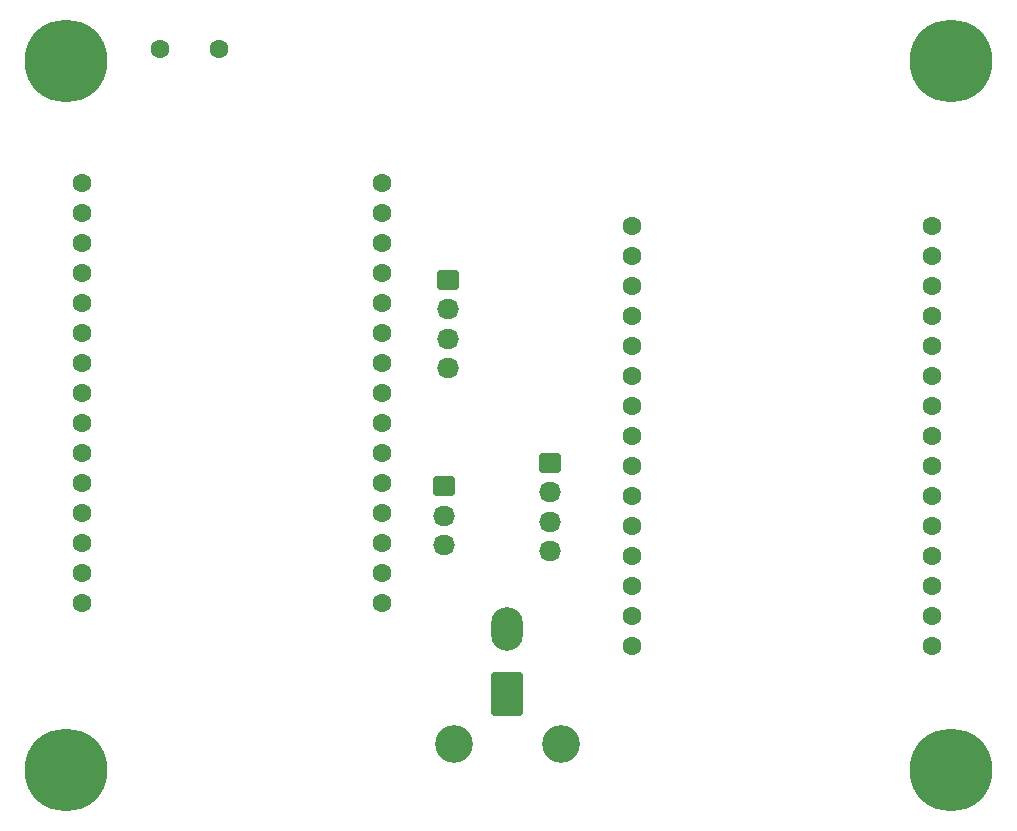
<source format=gbr>
%TF.GenerationSoftware,KiCad,Pcbnew,8.0.8*%
%TF.CreationDate,2025-06-20T17:29:20+09:00*%
%TF.ProjectId,2ndfloor_pole,326e6466-6c6f-46f7-925f-706f6c652e6b,rev?*%
%TF.SameCoordinates,Original*%
%TF.FileFunction,Soldermask,Bot*%
%TF.FilePolarity,Negative*%
%FSLAX46Y46*%
G04 Gerber Fmt 4.6, Leading zero omitted, Abs format (unit mm)*
G04 Created by KiCad (PCBNEW 8.0.8) date 2025-06-20 17:29:20*
%MOMM*%
%LPD*%
G01*
G04 APERTURE LIST*
G04 Aperture macros list*
%AMRoundRect*
0 Rectangle with rounded corners*
0 $1 Rounding radius*
0 $2 $3 $4 $5 $6 $7 $8 $9 X,Y pos of 4 corners*
0 Add a 4 corners polygon primitive as box body*
4,1,4,$2,$3,$4,$5,$6,$7,$8,$9,$2,$3,0*
0 Add four circle primitives for the rounded corners*
1,1,$1+$1,$2,$3*
1,1,$1+$1,$4,$5*
1,1,$1+$1,$6,$7*
1,1,$1+$1,$8,$9*
0 Add four rect primitives between the rounded corners*
20,1,$1+$1,$2,$3,$4,$5,0*
20,1,$1+$1,$4,$5,$6,$7,0*
20,1,$1+$1,$6,$7,$8,$9,0*
20,1,$1+$1,$8,$9,$2,$3,0*%
G04 Aperture macros list end*
%ADD10RoundRect,0.250000X-0.675000X0.600000X-0.675000X-0.600000X0.675000X-0.600000X0.675000X0.600000X0*%
%ADD11O,1.850000X1.700000*%
%ADD12C,7.000000*%
%ADD13C,1.600000*%
%ADD14C,3.200000*%
%ADD15RoundRect,0.250001X1.099999X1.599999X-1.099999X1.599999X-1.099999X-1.599999X1.099999X-1.599999X0*%
%ADD16O,2.700000X3.700000*%
G04 APERTURE END LIST*
D10*
%TO.C,J4*%
X94000000Y-95000000D03*
D11*
X94000000Y-97500000D03*
X94000000Y-100000000D03*
%TD*%
D12*
%TO.C,H1*%
X137000000Y-59000000D03*
%TD*%
D10*
%TO.C,J3*%
X94350000Y-77500000D03*
D11*
X94350000Y-80000000D03*
X94350000Y-82500000D03*
X94350000Y-85000000D03*
%TD*%
D13*
%TO.C,C1*%
X70000000Y-58000000D03*
X75000000Y-58000000D03*
%TD*%
%TO.C,MOD2*%
X135400000Y-75520000D03*
X110000000Y-75520000D03*
X110000000Y-72980000D03*
X135400000Y-108540000D03*
X135400000Y-106000000D03*
X135400000Y-103460000D03*
X135400000Y-100920000D03*
X135400000Y-98380000D03*
X135400000Y-95840000D03*
X135400000Y-93300000D03*
X135400000Y-90760000D03*
X135400000Y-88220000D03*
X135400000Y-85680000D03*
X135400000Y-83140000D03*
X135400000Y-80600000D03*
X135400000Y-72980000D03*
X135400000Y-78060000D03*
X110000000Y-78060000D03*
X110000000Y-80600000D03*
X110000000Y-83140000D03*
X110000000Y-85680000D03*
X110000000Y-88220000D03*
X110000000Y-90760000D03*
X110000000Y-93300000D03*
X110000000Y-95840000D03*
X110000000Y-98380000D03*
X110000000Y-100920000D03*
X110000000Y-103460000D03*
X110000000Y-106000000D03*
X110000000Y-108540000D03*
%TD*%
D12*
%TO.C,H4*%
X62000000Y-59000000D03*
%TD*%
%TO.C,H2*%
X137000000Y-119000000D03*
%TD*%
D13*
%TO.C,MOD1*%
X63394712Y-102360274D03*
X88794712Y-102360274D03*
X88794712Y-104900274D03*
X63394712Y-69340274D03*
X63394712Y-71880274D03*
X63394712Y-74420274D03*
X63394712Y-76960274D03*
X63394712Y-79500274D03*
X63394712Y-82040274D03*
X63394712Y-84580274D03*
X63394712Y-87120274D03*
X63394712Y-89660274D03*
X63394712Y-92200274D03*
X63394712Y-94740274D03*
X63394712Y-97280274D03*
X63394712Y-104900274D03*
X63394712Y-99820274D03*
X88794712Y-99820274D03*
X88794712Y-97280274D03*
X88794712Y-94740274D03*
X88794712Y-92200274D03*
X88794712Y-89660274D03*
X88794712Y-87120274D03*
X88794712Y-84580274D03*
X88794712Y-82040274D03*
X88794712Y-79500274D03*
X88794712Y-76960274D03*
X88794712Y-74420274D03*
X88794712Y-71880274D03*
X88794712Y-69340274D03*
%TD*%
D10*
%TO.C,J2*%
X103000000Y-93000000D03*
D11*
X103000000Y-95500000D03*
X103000000Y-98000000D03*
X103000000Y-100500000D03*
%TD*%
D14*
%TO.C,J1*%
X103912278Y-116797661D03*
X94912278Y-116797661D03*
D15*
X99412278Y-112597661D03*
D16*
X99412278Y-107097661D03*
%TD*%
D12*
%TO.C,H3*%
X62000000Y-119000000D03*
%TD*%
M02*

</source>
